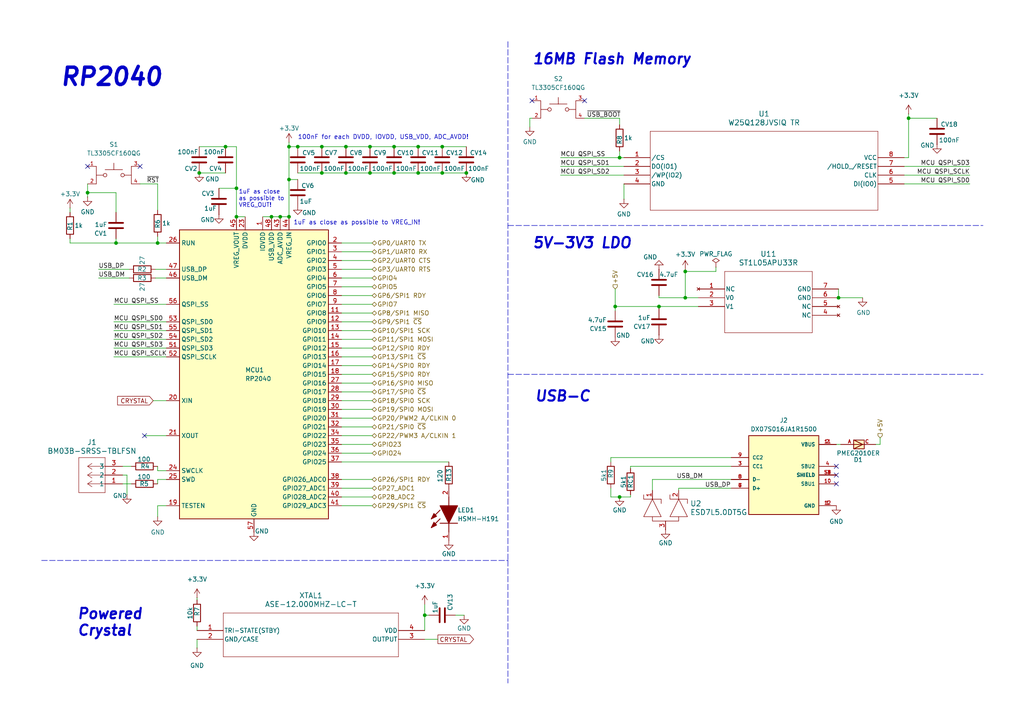
<source format=kicad_sch>
(kicad_sch (version 20231120) (generator "eeschema") (generator_version "8.0")
  (paper "A4")
  (title_block (title "RP2040 Standard") (date "2024-12-17") (company "Porto Space Team") (comment 1 "Miguel Amorim"))
  (lib_symbols
    (symbol "16MB Flash Memory:W25Q128JVSIQ_TR" (pin_names (offset 0.254))
      (property "Reference" "U" (at 40.64 12.7 0))
      (property "Value" "W25Q128JVSIQ TR" (at 40.64 10.16 0))
      (symbol "W25Q128JVSIQ_TR_0_1"
        (pin input line (at 0 0 0) (length 7.62) (name "/CS") (number "1"))
        (pin bidirectional line (at 0 -2.54 0) (length 7.62) (name "DO(IO1)") (number "2"))
        (pin bidirectional line (at 0 -5.08 0) (length 7.62) (name "/WP(IO2)") (number "3"))
        (pin passive line (at 0 -7.62 0) (length 7.62) (name "GND") (number "4"))
        (pin bidirectional line (at 81.28 -7.62 180) (length 7.62) (name "DI(IO0)") (number "5"))
        (pin input line (at 81.28 -5.08 180) (length 7.62) (name "CLK") (number "6"))
        (pin bidirectional line (at 81.28 -2.54 180) (length 7.62) (name "/HOLD_/RESET") (number "7"))
        (pin passive line (at 81.28 0 180) (length 7.62) (name "VCC") (number "8"))
      )
    )
    (symbol "DX07S016JA1R1500:DX07S016JA1R1500" (pin_names (offset 1.016))
      (property "Reference" "J" (at -10.16 11.43 0))
      (property "Value" "DX07S016JA1R1500" (at -10.16 -13.97 0))
      (symbol "DX07S016JA1R1500_0_0"
        (pin power_in line (at 15.24 -10.16 180) (length 5.08) (name "GND") (number "1"))
        (pin passive line (at 15.24 -3.81 180) (length 5.08) (name "SBU1") (number "10"))
        (pin passive line (at 15.24 7.62 180) (length 5.08) (name "VBUS") (number "11"))
        (pin power_in line (at 15.24 -10.16 180) (length 5.08) (name "GND") (number "12"))
        (pin passive line (at 15.24 7.62 180) (length 5.08) (name "VBUS") (number "2"))
        (pin passive line (at -15.24 1.27 0) (length 5.08) (name "CC1") (number "3"))
        (pin passive line (at 15.24 1.27 180) (length 5.08) (name "SBU2") (number "4"))
        (pin passive line (at -15.24 -2.54 0) (length 5.08) (name "D-") (number "5"))
        (pin passive line (at -15.24 -5.08 0) (length 5.08) (name "D+") (number "6"))
        (pin passive line (at -15.24 -5.08 0) (length 5.08) (name "D+") (number "7"))
        (pin passive line (at -15.24 -2.54 0) (length 5.08) (name "D-") (number "8"))
        (pin passive line (at -15.24 3.81 0) (length 5.08) (name "CC2") (number "9"))
        (pin passive line (at 15.24 -1.27 180) (length 5.08) (name "SHIELD") (number "S1"))
        (pin passive line (at 15.24 -1.27 180) (length 5.08) (name "SHIELD") (number "S2"))
        (pin passive line (at 15.24 -1.27 180) (length 5.08) (name "SHIELD") (number "S3"))
        (pin passive line (at 15.24 -1.27 180) (length 5.08) (name "SHIELD") (number "S4"))
        (pin passive line (at 15.24 -1.27 180) (length 5.08) (name "SHIELD") (number "S5"))
        (pin passive line (at 15.24 -1.27 180) (length 5.08) (name "SHIELD") (number "S6"))
      )
    )
    (symbol "Device:C" (pin_numbers hide) (pin_names (offset 0.254))
      (property "Reference" "C" (at 0.635 2.54 0))
      (property "Value" "C" (at 0.635 -2.54 0))
      (symbol "C_1_1"
        (pin passive line (at 0 3.81 270) (length 2.794) (name "~") (number "1"))
        (pin passive line (at 0 -3.81 90) (length 2.794) (name "~") (number "2"))
      )
    )
    (symbol "Device:R" (pin_numbers hide) (pin_names (offset 0))
      (property "Reference" "R" (at 2.032 0 90))
      (property "Value" "R" (at 0 0 90))
      (symbol "R_1_1"
        (pin passive line (at 0 3.81 270) (length 1.27) (name "~") (number "1"))
        (pin passive line (at 0 -3.81 90) (length 1.27) (name "~") (number "2"))
      )
    )
    (symbol "ESD Diodes:ESD7L5.0DT5G" (pin_names (offset 0.254))
      (property "Reference" "U" (at 6.35 15.24 0))
      (property "Value" "ESD7L5.0DT5G" (at 6.35 12.7 0))
      (symbol "ESD7L5.0DT5G_1_1"
        (pin passive line (at 2.54 11.43 270) (length 2.54) (name "") (number "1"))
        (pin passive line (at 10.16 11.43 270) (length 2.54) (name "") (number "2"))
        (pin passive line (at 6.35 0 90) (length 2.54) (name "") (number "3"))
      )
    )
    (symbol "LDO 5V 3V3:ST1L05APU33R" (pin_names (offset 0.254))
      (property "Reference" "U" (at 20.32 10.16 0))
      (property "Value" "ST1L05APU33R" (at 20.32 7.62 0))
      (symbol "ST1L05APU33R_0_1"
        (pin no_connect line (at 0 0 0) (length 7.62) (name "NC") (number "1"))
        (pin passive line (at 0 -2.54 0) (length 7.62) (name "V0") (number "2"))
        (pin passive line (at 0 -5.08 0) (length 7.62) (name "V1") (number "3"))
        (pin no_connect line (at 40.64 -7.62 180) (length 7.62) (name "NC") (number "4"))
        (pin no_connect line (at 40.64 -5.08 180) (length 7.62) (name "NC") (number "5"))
        (pin passive line (at 40.64 -2.54 180) (length 7.62) (name "GND") (number "6"))
        (pin passive line (at 40.64 0 180) (length 7.62) (name "GND") (number "7"))
      )
    )
    (symbol "MCU_RaspberryPi:RP2040"
      (property "Reference" "U" (at 17.78 45.72 0))
      (property "Value" "RP2040" (at 17.78 43.18 0))
      (symbol "RP2040_1_1"
        (pin power_in line (at 2.54 45.72 270) (length 3.81) (name "IOVDD") (number "1"))
        (pin passive line (at 2.54 45.72 270) (length 3.81) hide (name "IOVDD") (number "10"))
        (pin bidirectional line (at 25.4 17.78 180) (length 3.81) (name "GPIO8") (number "11"))
        (pin bidirectional line (at 25.4 15.24 180) (length 3.81) (name "GPIO9") (number "12"))
        (pin bidirectional line (at 25.4 12.7 180) (length 3.81) (name "GPIO10") (number "13"))
        (pin bidirectional line (at 25.4 10.16 180) (length 3.81) (name "GPIO11") (number "14"))
        (pin bidirectional line (at 25.4 7.62 180) (length 3.81) (name "GPIO12") (number "15"))
        (pin bidirectional line (at 25.4 5.08 180) (length 3.81) (name "GPIO13") (number "16"))
        (pin bidirectional line (at 25.4 2.54 180) (length 3.81) (name "GPIO14") (number "17"))
        (pin bidirectional line (at 25.4 0 180) (length 3.81) (name "GPIO15") (number "18"))
        (pin input line (at -25.4 -38.1 0) (length 3.81) (name "TESTEN") (number "19"))
        (pin bidirectional line (at 25.4 38.1 180) (length 3.81) (name "GPIO0") (number "2"))
        (pin input line (at -25.4 -7.62 0) (length 3.81) (name "XIN") (number "20"))
        (pin passive line (at -25.4 -17.78 0) (length 3.81) (name "XOUT") (number "21"))
        (pin passive line (at 2.54 45.72 270) (length 3.81) hide (name "IOVDD") (number "22"))
        (pin power_in line (at -2.54 45.72 270) (length 3.81) (name "DVDD") (number "23"))
        (pin input line (at -25.4 -27.94 0) (length 3.81) (name "SWCLK") (number "24"))
        (pin bidirectional line (at -25.4 -30.48 0) (length 3.81) (name "SWD") (number "25"))
        (pin input line (at -25.4 38.1 0) (length 3.81) (name "RUN") (number "26"))
        (pin bidirectional line (at 25.4 -2.54 180) (length 3.81) (name "GPIO16") (number "27"))
        (pin bidirectional line (at 25.4 -5.08 180) (length 3.81) (name "GPIO17") (number "28"))
        (pin bidirectional line (at 25.4 -7.62 180) (length 3.81) (name "GPIO18") (number "29"))
        (pin bidirectional line (at 25.4 35.56 180) (length 3.81) (name "GPIO1") (number "3"))
        (pin bidirectional line (at 25.4 -10.16 180) (length 3.81) (name "GPIO19") (number "30"))
        (pin bidirectional line (at 25.4 -12.7 180) (length 3.81) (name "GPIO20") (number "31"))
        (pin bidirectional line (at 25.4 -15.24 180) (length 3.81) (name "GPIO21") (number "32"))
        (pin passive line (at 2.54 45.72 270) (length 3.81) hide (name "IOVDD") (number "33"))
        (pin bidirectional line (at 25.4 -17.78 180) (length 3.81) (name "GPIO22") (number "34"))
        (pin bidirectional line (at 25.4 -20.32 180) (length 3.81) (name "GPIO23") (number "35"))
        (pin bidirectional line (at 25.4 -22.86 180) (length 3.81) (name "GPIO24") (number "36"))
        (pin bidirectional line (at 25.4 -25.4 180) (length 3.81) (name "GPIO25") (number "37"))
        (pin bidirectional line (at 25.4 -30.48 180) (length 3.81) (name "GPIO26_ADC0") (number "38"))
        (pin bidirectional line (at 25.4 -33.02 180) (length 3.81) (name "GPIO27_ADC1") (number "39"))
        (pin bidirectional line (at 25.4 33.02 180) (length 3.81) (name "GPIO2") (number "4"))
        (pin bidirectional line (at 25.4 -35.56 180) (length 3.81) (name "GPIO28_ADC2") (number "40"))
        (pin bidirectional line (at 25.4 -38.1 180) (length 3.81) (name "GPIO29_ADC3") (number "41"))
        (pin passive line (at 2.54 45.72 270) (length 3.81) hide (name "IOVDD") (number "42"))
        (pin power_in line (at 7.62 45.72 270) (length 3.81) (name "ADC_AVDD") (number "43"))
        (pin power_in line (at 10.16 45.72 270) (length 3.81) (name "VREG_IN") (number "44"))
        (pin power_out line (at -5.08 45.72 270) (length 3.81) (name "VREG_VOUT") (number "45"))
        (pin bidirectional line (at -25.4 27.94 0) (length 3.81) (name "USB_DM") (number "46"))
        (pin bidirectional line (at -25.4 30.48 0) (length 3.81) (name "USB_DP") (number "47"))
        (pin power_in line (at 5.08 45.72 270) (length 3.81) (name "USB_VDD") (number "48"))
        (pin passive line (at 2.54 45.72 270) (length 3.81) hide (name "IOVDD") (number "49"))
        (pin bidirectional line (at 25.4 30.48 180) (length 3.81) (name "GPIO3") (number "5"))
        (pin passive line (at -2.54 45.72 270) (length 3.81) hide (name "DVDD") (number "50"))
        (pin bidirectional line (at -25.4 7.62 0) (length 3.81) (name "QSPI_SD3") (number "51"))
        (pin output line (at -25.4 5.08 0) (length 3.81) (name "QSPI_SCLK") (number "52"))
        (pin bidirectional line (at -25.4 15.24 0) (length 3.81) (name "QSPI_SD0") (number "53"))
        (pin bidirectional line (at -25.4 10.16 0) (length 3.81) (name "QSPI_SD2") (number "54"))
        (pin bidirectional line (at -25.4 12.7 0) (length 3.81) (name "QSPI_SD1") (number "55"))
        (pin bidirectional line (at -25.4 20.32 0) (length 3.81) (name "QSPI_SS") (number "56"))
        (pin power_in line (at 0 -45.72 90) (length 3.81) (name "GND") (number "57"))
        (pin bidirectional line (at 25.4 27.94 180) (length 3.81) (name "GPIO4") (number "6"))
        (pin bidirectional line (at 25.4 25.4 180) (length 3.81) (name "GPIO5") (number "7"))
        (pin bidirectional line (at 25.4 22.86 180) (length 3.81) (name "GPIO6") (number "8"))
        (pin bidirectional line (at 25.4 20.32 180) (length 3.81) (name "GPIO7") (number "9"))
      )
    )
    (symbol "Powered Crystal:ASE-12.000MHZ-LC-T" (pin_names (offset 0.254))
      (property "Reference" "XTAL" (at 33.02 10.16 0))
      (property "Value" "ASE-12.000MHZ-LC-T" (at 33.02 7.62 0))
      (symbol "ASE-12.000MHZ-LC-T_0_1"
        (pin passive line (at 0 0 0) (length 7.62) (name "TRI-STATE(STBY)") (number "1"))
        (pin passive line (at 0 -2.54 0) (length 7.62) (name "GND/CASE") (number "2"))
        (pin output line (at 66.04 -2.54 180) (length 7.62) (name "OUTPUT") (number "3"))
        (pin power_in line (at 66.04 0 180) (length 7.62) (name "VDD") (number "4"))
      )
    )
    (symbol "Red SMD LED:HSMH-H191" (pin_names hide)
      (property "Reference" "LED" (at 12.7 8.89 0))
      (property "Value" "HSMH-H191" (at 12.7 6.35 0))
      (symbol "HSMH-H191_1_1"
        (pin passive line (at 0 0 0) (length 2.54) (name "K") (number "1"))
        (pin passive line (at 15.24 0 180) (length 2.54) (name "A") (number "2"))
      )
    )
    (symbol "SWD Connector:BM03B-SRSS-TBLFSN" (pin_names (offset 0.254))
      (property "Reference" "J" (at 8.89 6.35 0))
      (property "Value" "BM03B-SRSS-TBLFSN" (at 0 0 0))
      (symbol "BM03B-SRSS-TBLFSN_1_1"
        (pin passive line (at 0 0 0) (length 5.08) (name "1") (number "1"))
        (pin passive line (at 0 -2.54 0) (length 5.08) (name "2") (number "2"))
        (pin passive line (at 0 -5.08 0) (length 5.08) (name "3") (number "3"))
      )
      (symbol "BM03B-SRSS-TBLFSN_1_2"
        (pin passive line (at 0 0 0) (length 5.08) (name "1") (number "1"))
        (pin passive line (at 0 -2.54 0) (length 5.08) (name "2") (number "2"))
        (pin passive line (at 0 -5.08 0) (length 5.08) (name "3") (number "3"))
      )
    )
    (symbol "Schottky Diode:PMEG2010ER" (pin_names (offset 1.016))
      (property "Reference" "D" (at -3.8116 1.7534 0))
      (property "Value" "PMEG2010ER" (at -3.816 -3.5871 0))
      (symbol "PMEG2010ER_0_0"
        (pin passive line (at -5.08 0 0) (length 5.08) (name "~") (number "A"))
        (pin passive line (at 5.08 0 180) (length 5.08) (name "~") (number "C"))
      )
    )
    (symbol "TL3305CF160QG:TL3305CF160QG" (pin_names (offset 1.016))
      (property "Reference" "S" (at -5.08 5.08 0))
      (property "Value" "TL3305CF160QG" (at -5.08 -5.08 0))
      (symbol "TL3305CF160QG_0_0"
        (pin passive line (at -7.62 2.54 0) (length 2.54) (name "~") (number "1"))
        (pin passive line (at -7.62 -2.54 0) (length 2.54) (name "~") (number "2"))
        (pin passive line (at 7.62 2.54 180) (length 2.54) (name "~") (number "3"))
        (pin passive line (at 7.62 -2.54 180) (length 2.54) (name "~") (number "4"))
      )
    )
    (symbol "power:+3.3V" (power) (pin_numbers hide) (pin_names (offset 0) hide)
      (property "Value" "+3.3V" (at 0 3.556 0))
      (symbol "+3.3V_1_1"
        (pin power_in line (at 0 0 90) (length 0) (name "~") (number "1"))
      )
    )
    (symbol "power:GND" (power) (pin_numbers hide) (pin_names (offset 0) hide)
      (property "Value" "GND" (at 0 -3.81 0))
      (symbol "GND_1_1"
        (pin power_in line (at 0 0 270) (length 0) (name "~") (number "1"))
      )
    )
    (symbol "power:PWR_FLAG" (power) (pin_numbers hide) (pin_names (offset 0) hide)
      (property "Value" "PWR_FLAG" (at 0 3.81 0))
      (symbol "PWR_FLAG_0_0"
        (pin power_out line (at 0 0 90) (length 0) (name "~") (number "1"))
      )
    )
  )
  (junction (at 65.405 42.545))
  (junction (at 114.3 42.545))
  (junction (at 57.785 50.165))
  (junction (at 107.315 50.165))
  (junction (at 107.315 42.545))
  (junction (at 83.82 52.07))
  (junction (at 121.285 50.165))
  (junction (at 198.755 86.36))
  (junction (at 83.82 42.545))
  (junction (at 86.36 42.545))
  (junction (at 179.705 45.72))
  (junction (at 179.705 144.145))
  (junction (at 178.435 88.9))
  (junction (at 100.33 50.165))
  (junction (at 25.4 55.88))
  (junction (at 263.525 34.29))
  (junction (at 33.655 70.485))
  (junction (at 93.345 50.165))
  (junction (at 198.755 78.74))
  (junction (at 93.345 42.545))
  (junction (at 123.19 178.435))
  (junction (at 121.285 42.545))
  (junction (at 100.33 42.545))
  (junction (at 128.27 42.545))
  (junction (at 45.72 70.485))
  (junction (at 83.82 62.865))
  (junction (at 68.58 62.865))
  (junction (at 81.28 62.865))
  (junction (at 78.74 62.865))
  (junction (at 135.255 50.165))
  (junction (at 68.58 54.61))
  (junction (at 243.205 86.36))
  (junction (at 114.3 50.165))
  (junction (at 191.135 88.9))
  (junction (at 128.27 50.165))
  (no_connect (at 25.4 48.26))
  (no_connect (at 242.57 140.335))
  (no_connect (at 41.91 126.365))
  (no_connect (at 154.305 29.21))
  (no_connect (at 242.57 137.795))
  (no_connect (at 242.57 135.255))
  (no_connect (at 40.64 48.26))
  (no_connect (at 169.545 29.21))
  (wire (pts (xy 93.345 42.545) (xy 86.36 42.545)))
  (wire (pts (xy 35.56 140.335) (xy 38.1 140.335)))
  (wire (pts (xy 198.755 86.36) (xy 202.565 86.36)))
  (wire (pts (xy 121.285 42.545) (xy 114.3 42.545)))
  (wire (pts (xy 45.72 139.065) (xy 48.26 139.065)))
  (wire (pts (xy 45.72 146.685) (xy 48.26 146.685)))
  (wire (pts (xy 154.305 34.29) (xy 153.67 34.29)))
  (wire (pts (xy 99.06 98.425) (xy 107.95 98.425)))
  (wire (pts (xy 99.06 93.345) (xy 107.95 93.345)))
  (polyline (pts (xy 147.32 12.065) (xy 147.32 162.56)) (stroke (width 0) (type dash)))
  (wire (pts (xy 99.06 113.665) (xy 107.95 113.665)))
  (wire (pts (xy 86.36 42.545) (xy 83.82 42.545)))
  (wire (pts (xy 63.5 54.61) (xy 68.58 54.61)))
  (wire (pts (xy 28.575 78.105) (xy 37.465 78.105)))
  (wire (pts (xy 99.06 141.605) (xy 107.95 141.605)))
  (wire (pts (xy 263.525 34.29) (xy 263.525 33.02)))
  (wire (pts (xy 45.085 78.105) (xy 48.26 78.105)))
  (wire (pts (xy 178.435 83.82) (xy 178.435 88.9)))
  (wire (pts (xy 99.06 116.205) (xy 107.95 116.205)))
  (wire (pts (xy 99.06 106.045) (xy 107.95 106.045)))
  (wire (pts (xy 196.85 141.605) (xy 196.85 142.24)))
  (wire (pts (xy 78.74 62.865) (xy 81.28 62.865)))
  (wire (pts (xy 99.06 73.025) (xy 107.95 73.025)))
  (wire (pts (xy 177.165 144.145) (xy 177.165 141.605)))
  (wire (pts (xy 123.19 178.435) (xy 124.46 178.435)))
  (wire (pts (xy 262.255 48.26) (xy 281.305 48.26)))
  (wire (pts (xy 99.06 90.805) (xy 107.95 90.805)))
  (wire (pts (xy 45.72 53.34) (xy 45.72 60.96)))
  (wire (pts (xy 41.91 126.365) (xy 48.26 126.365)))
  (polyline (pts (xy 12.065 162.56) (xy 147.32 162.56)) (stroke (width 0) (type dash)))
  (wire (pts (xy 99.06 70.485) (xy 107.95 70.485)))
  (wire (pts (xy 28.575 80.645) (xy 37.465 80.645)))
  (wire (pts (xy 100.33 42.545) (xy 93.345 42.545)))
  (wire (pts (xy 45.72 140.335) (xy 45.72 139.065)))
  (wire (pts (xy 25.4 55.88) (xy 25.4 57.15)))
  (wire (pts (xy 99.06 121.285) (xy 107.95 121.285)))
  (wire (pts (xy 83.82 52.07) (xy 83.82 62.865)))
  (wire (pts (xy 179.705 36.195) (xy 179.705 34.29)))
  (wire (pts (xy 262.255 53.34) (xy 281.305 53.34)))
  (wire (pts (xy 263.525 34.29) (xy 271.78 34.29)))
  (wire (pts (xy 35.56 137.795) (xy 36.83 137.795)))
  (wire (pts (xy 123.19 178.435) (xy 123.19 182.88)))
  (wire (pts (xy 86.36 50.165) (xy 93.345 50.165)))
  (wire (pts (xy 180.975 50.8) (xy 162.56 50.8)))
  (wire (pts (xy 99.06 111.125) (xy 107.95 111.125)))
  (wire (pts (xy 45.72 136.525) (xy 45.72 135.255)))
  (wire (pts (xy 33.02 103.505) (xy 48.26 103.505)))
  (wire (pts (xy 33.02 98.425) (xy 48.26 98.425)))
  (wire (pts (xy 33.655 55.88) (xy 33.655 61.595)))
  (wire (pts (xy 57.785 50.165) (xy 65.405 50.165)))
  (wire (pts (xy 198.755 78.105) (xy 198.755 78.74)))
  (polyline (pts (xy 147.32 108.585) (xy 285.115 108.585)) (stroke (width 0) (type dash)))
  (wire (pts (xy 132.08 178.435) (xy 134.62 178.435)))
  (wire (pts (xy 180.975 53.34) (xy 180.975 57.785)))
  (wire (pts (xy 45.72 136.525) (xy 48.26 136.525)))
  (wire (pts (xy 262.255 50.8) (xy 281.305 50.8)))
  (wire (pts (xy 33.02 88.265) (xy 48.26 88.265)))
  (wire (pts (xy 99.06 75.565) (xy 107.95 75.565)))
  (wire (pts (xy 162.56 45.72) (xy 179.705 45.72)))
  (polyline (pts (xy 147.32 162.56) (xy 147.32 198.12)) (stroke (width 0) (type dash)))
  (wire (pts (xy 83.82 41.275) (xy 83.82 42.545)))
  (wire (pts (xy 20.32 60.325) (xy 20.32 61.595)))
  (wire (pts (xy 99.06 100.965) (xy 107.95 100.965)))
  (wire (pts (xy 128.27 42.545) (xy 121.285 42.545)))
  (wire (pts (xy 189.23 139.065) (xy 212.09 139.065)))
  (wire (pts (xy 20.32 70.485) (xy 20.32 69.215)))
  (wire (pts (xy 99.06 128.905) (xy 107.95 128.905)))
  (wire (pts (xy 153.67 34.29) (xy 153.67 36.83)))
  (wire (pts (xy 123.19 185.42) (xy 127 185.42)))
  (wire (pts (xy 123.19 175.26) (xy 123.19 178.435)))
  (wire (pts (xy 198.755 78.74) (xy 198.755 86.36)))
  (wire (pts (xy 99.06 80.645) (xy 107.95 80.645)))
  (wire (pts (xy 114.3 50.165) (xy 121.285 50.165)))
  (wire (pts (xy 243.205 83.82) (xy 243.205 86.36)))
  (wire (pts (xy 179.705 43.815) (xy 179.705 45.72)))
  (wire (pts (xy 107.315 50.165) (xy 114.3 50.165)))
  (wire (pts (xy 177.165 133.985) (xy 177.165 132.715)))
  (wire (pts (xy 57.15 181.61) (xy 57.15 182.88)))
  (wire (pts (xy 128.27 50.165) (xy 135.255 50.165)))
  (wire (pts (xy 212.09 135.255) (xy 182.88 135.255)))
  (wire (pts (xy 182.88 144.145) (xy 179.705 144.145)))
  (wire (pts (xy 99.06 118.745) (xy 107.95 118.745)))
  (wire (pts (xy 182.88 144.145) (xy 182.88 143.51)))
  (polyline (pts (xy 147.32 65.405) (xy 285.115 65.405)) (stroke (width 0) (type dash)))
  (wire (pts (xy 45.72 70.485) (xy 48.26 70.485)))
  (wire (pts (xy 33.655 70.485) (xy 20.32 70.485)))
  (wire (pts (xy 182.88 135.255) (xy 182.88 135.89)))
  (wire (pts (xy 33.02 95.885) (xy 48.26 95.885)))
  (wire (pts (xy 180.975 48.26) (xy 162.56 48.26)))
  (wire (pts (xy 262.255 45.72) (xy 263.525 45.72)))
  (wire (pts (xy 114.3 42.545) (xy 107.315 42.545)))
  (wire (pts (xy 68.58 54.61) (xy 68.58 42.545)))
  (wire (pts (xy 99.06 85.725) (xy 107.95 85.725)))
  (wire (pts (xy 191.135 86.36) (xy 198.755 86.36)))
  (wire (pts (xy 191.135 88.9) (xy 202.565 88.9)))
  (wire (pts (xy 99.06 144.145) (xy 107.95 144.145)))
  (wire (pts (xy 99.06 83.185) (xy 107.95 83.185)))
  (wire (pts (xy 178.435 88.9) (xy 178.435 90.17)))
  (wire (pts (xy 99.06 103.505) (xy 107.95 103.505)))
  (wire (pts (xy 68.58 62.865) (xy 71.12 62.865)))
  (wire (pts (xy 99.06 88.265) (xy 107.95 88.265)))
  (wire (pts (xy 177.165 132.715) (xy 212.09 132.715)))
  (wire (pts (xy 68.58 54.61) (xy 68.58 62.865)))
  (wire (pts (xy 99.06 139.065) (xy 107.95 139.065)))
  (wire (pts (xy 242.57 128.905) (xy 243.84 128.905)))
  (wire (pts (xy 179.705 34.29) (xy 169.545 34.29)))
  (wire (pts (xy 76.2 62.865) (xy 78.74 62.865)))
  (wire (pts (xy 36.83 137.795) (xy 36.83 143.51)))
  (wire (pts (xy 45.72 149.86) (xy 45.72 146.685)))
  (wire (pts (xy 107.315 42.545) (xy 100.33 42.545)))
  (wire (pts (xy 25.4 53.34) (xy 25.4 55.88)))
  (wire (pts (xy 57.785 42.545) (xy 65.405 42.545)))
  (wire (pts (xy 33.655 70.485) (xy 33.655 69.215)))
  (wire (pts (xy 179.705 45.72) (xy 180.975 45.72)))
  (wire (pts (xy 57.15 173.355) (xy 57.15 173.99)))
  (wire (pts (xy 83.82 42.545) (xy 83.82 52.07)))
  (wire (pts (xy 99.06 126.365) (xy 107.95 126.365)))
  (wire (pts (xy 99.06 78.105) (xy 107.95 78.105)))
  (wire (pts (xy 93.345 50.165) (xy 100.33 50.165)))
  (wire (pts (xy 57.15 185.42) (xy 57.15 187.96)))
  (wire (pts (xy 99.06 146.685) (xy 107.95 146.685)))
  (wire (pts (xy 33.02 100.965) (xy 48.26 100.965)))
  (wire (pts (xy 99.06 108.585) (xy 107.95 108.585)))
  (wire (pts (xy 189.23 139.065) (xy 189.23 142.24)))
  (wire (pts (xy 44.45 116.205) (xy 48.26 116.205)))
  (wire (pts (xy 263.525 45.72) (xy 263.525 34.29)))
  (wire (pts (xy 121.285 50.165) (xy 128.27 50.165)))
  (wire (pts (xy 255.27 127) (xy 255.27 128.905)))
  (wire (pts (xy 196.85 141.605) (xy 212.09 141.605)))
  (wire (pts (xy 178.435 88.9) (xy 191.135 88.9)))
  (wire (pts (xy 191.135 89.535) (xy 191.135 88.9)))
  (wire (pts (xy 255.27 128.905) (xy 254 128.905)))
  (wire (pts (xy 33.655 55.88) (xy 25.4 55.88)))
  (wire (pts (xy 68.58 42.545) (xy 65.405 42.545)))
  (wire (pts (xy 100.33 50.165) (xy 107.315 50.165)))
  (wire (pts (xy 99.06 131.445) (xy 107.95 131.445)))
  (wire (pts (xy 33.02 93.345) (xy 48.26 93.345)))
  (wire (pts (xy 99.06 123.825) (xy 107.95 123.825)))
  (wire (pts (xy 207.645 78.74) (xy 207.645 77.47)))
  (wire (pts (xy 99.06 133.985) (xy 130.175 133.985)))
  (wire (pts (xy 45.085 80.645) (xy 48.26 80.645)))
  (wire (pts (xy 128.27 42.545) (xy 135.255 42.545)))
  (wire (pts (xy 243.205 86.36) (xy 250.19 86.36)))
  (wire (pts (xy 81.28 62.865) (xy 83.82 62.865)))
  (wire (pts (xy 99.06 95.885) (xy 107.95 95.885)))
  (wire (pts (xy 191.135 85.725) (xy 191.135 86.36)))
  (wire (pts (xy 198.755 78.74) (xy 207.645 78.74)))
  (wire (pts (xy 33.655 70.485) (xy 45.72 70.485)))
  (wire (pts (xy 179.705 144.145) (xy 177.165 144.145)))
  (wire (pts (xy 45.72 68.58) (xy 45.72 70.485)))
  (wire (pts (xy 40.64 53.34) (xy 45.72 53.34)))
  (wire (pts (xy 83.82 52.07) (xy 86.36 52.07)))
  (wire (pts (xy 35.56 135.255) (xy 38.1 135.255)))
  (text "1uF as close \nas possible to \nVREG_OUT!" (at 69.215 60.325 0) (effects (font (size 1.2 1.2)) (justify left bottom)))
  (text "USB-C" (at 154.94 116.84 0) (effects (font (size 3 3) (bold yes) (italic yes)) (justify left bottom)))
  (text "16MB Flash Memory" (at 154.305 19.05 0) (effects (font (size 3 3) (bold yes) (italic yes)) (justify left bottom)))
  (text "RP2040" (at 17.145 25.4 0) (effects (font (size 5 5) (thickness 1) (bold yes) (italic yes)) (justify left bottom)))
  (text "1uF as close as possible to VREG_IN!" (at 85.09 65.405 0) (effects (font (size 1.27 1.27)) (justify left bottom)))
  (text "5V-3V3 LDO" (at 154.305 72.39 0) (effects (font (size 3 3) (bold yes) (italic yes)) (justify left bottom)))
  (text "Powered\nCrystal" (at 22.225 184.785 0) (effects (font (size 3 3) (bold yes) (italic yes)) (justify left bottom)))
  (text "100nF for each DVDD, IOVDD, USB_VDD, ADC_AVDD!" (at 86.36 40.64 0) (effects (font (size 1.27 1.27)) (justify left bottom)))
  (label "~{USB_BOOT}" (at 170.18 34.29 0))
  (label "MCU QSPI_SD3" (at 281.305 48.26 180))
  (label "MCU QSPI_SD0" (at 33.02 93.345 0))
  (label "MCU QSPI_SCLK" (at 33.02 103.505 0))
  (label "USB_DM" (at 28.575 80.645 0))
  (label "~{RST}" (at 42.545 53.34 0))
  (label "MCU QSPI_SD2" (at 162.56 50.8 0))
  (label "MCU QSPI_SS" (at 33.02 88.265 0))
  (label "MCU QSPI_SD3" (at 33.02 100.965 0))
  (label "USB_DP" (at 204.47 141.605 0))
  (label "USB_DP" (at 28.575 78.105 0))
  (label "MCU QSPI_SD0" (at 281.305 53.34 180))
  (label "MCU QSPI_SD1" (at 162.56 48.26 0))
  (label "MCU QSPI_SD1" (at 33.02 95.885 0))
  (label "MCU QSPI_SS" (at 162.56 45.72 0))
  (label "MCU QSPI_SD2" (at 33.02 98.425 0))
  (label "MCU QSPI_SCLK" (at 281.305 50.8 180))
  (label "USB_DM" (at 196.215 139.065 0))
  (global_label "CRYSTAL" (shape output) (at 127 185.42 0) (property "Intersheetrefs" "${INTERSHEET_REFS}" (effects (hide yes))))
  (global_label "CRYSTAL" (shape input) (at 44.45 116.205 180) (property "Intersheetrefs" "${INTERSHEET_REFS}" (effects (hide yes))))
  (hierarchical_label "GPIO24" (shape bidirectional) (at 107.95 131.445 0))
  (hierarchical_label "GP18{slash}SPI0 SCK" (shape bidirectional) (at 107.95 116.205 0))
  (hierarchical_label "+5V" (shape input) (at 255.27 127 90))
  (hierarchical_label "GP8{slash}SPI1 MISO" (shape bidirectional) (at 107.95 90.805 0))
  (hierarchical_label "GP12{slash}SPI0 RDY" (shape bidirectional) (at 107.95 100.965 0))
  (hierarchical_label "GP11{slash}SPI1 MOSI" (shape bidirectional) (at 107.95 98.425 0))
  (hierarchical_label "GP6{slash}SPI1 RDY" (shape bidirectional) (at 107.95 85.725 0))
  (hierarchical_label "GP17{slash}SPI0 ~{CS}" (shape bidirectional) (at 107.95 113.665 0))
  (hierarchical_label "GPIO23" (shape bidirectional) (at 107.95 128.905 0))
  (hierarchical_label "GP10{slash}SPI1 SCK" (shape bidirectional) (at 107.95 95.885 0))
  (hierarchical_label "GP16{slash}SPI0 MISO" (shape bidirectional) (at 107.95 111.125 0))
  (hierarchical_label "GP15{slash}SPI0 RDY" (shape bidirectional) (at 107.95 108.585 0))
  (hierarchical_label "GP13{slash}SPI1 ~{CS}" (shape bidirectional) (at 107.95 103.505 0))
  (hierarchical_label "GP3{slash}UART0 RTS" (shape bidirectional) (at 107.95 78.105 0))
  (hierarchical_label "+5V" (shape input) (at 178.435 83.82 90))
  (hierarchical_label "GPIO5" (shape bidirectional) (at 107.95 83.185 0))
  (hierarchical_label "GP2{slash}UART0 CTS" (shape bidirectional) (at 107.95 75.565 0))
  (hierarchical_label "GP9{slash}SPI1 ~{CS}" (shape bidirectional) (at 107.95 93.345 0))
  (hierarchical_label "GP20{slash}PWM2 A{slash}CLKIN 0" (shape bidirectional) (at 107.95 121.285 0))
  (hierarchical_label "GPIO7" (shape bidirectional) (at 107.95 88.265 0))
  (hierarchical_label "GP19{slash}SPI0 MOSI" (shape bidirectional) (at 107.95 118.745 0))
  (hierarchical_label "GP27_ADC1" (shape bidirectional) (at 107.95 141.605 0))
  (hierarchical_label "GP1{slash}UART0 RX" (shape bidirectional) (at 107.95 73.025 0))
  (hierarchical_label "GP26{slash}SPI1 RDY" (shape bidirectional) (at 107.95 139.065 0))
  (hierarchical_label "GP22{slash}PWM3 A{slash}CLKIN 1" (shape bidirectional) (at 107.95 126.365 0))
  (hierarchical_label "GP21{slash}SPI0 ~{CS}" (shape bidirectional) (at 107.95 123.825 0))
  (hierarchical_label "GP14{slash}SPI0 RDY" (shape bidirectional) (at 107.95 106.045 0))
  (hierarchical_label "GP0{slash}UART0 TX" (shape bidirectional) (at 107.95 70.485 0))
  (hierarchical_label "GP28_ADC2" (shape bidirectional) (at 107.95 144.145 0))
  (hierarchical_label "GPIO4" (shape bidirectional) (at 107.95 80.645 0))
  (hierarchical_label "GP29{slash}SPI1 ~{CS}" (shape bidirectional) (at 107.95 146.685 0))
  (symbol (lib_id "LDO 5V 3V3:ST1L05APU33R") (at 202.565 83.82 0) (unit 1)
    (property "Reference" "U11" (at 222.885 73.66 0) (effects (font (size 1.524 1.524))))
    (property "Value" "ST1L05APU33R" (at 222.885 76.2 0) (effects (font (size 1.524 1.524))))
    (property "Footprint" "LDO ST1L05A:DFN_5APU33R_STM" (effects (hide yes)))
    (property "Datasheet" "ST1L05APU33R" (effects (hide yes)))
  )
  (symbol (lib_id "power:+3.3V") (at 123.19 175.26 0) (unit 1)
    (property "Reference" "#PWR012" (effects (hide yes)))
    (property "Value" "+3.3V" (at 123.19 169.926 0))
    (property "Description" "Power symbol creates a global label with name \"+3.3V\"" (effects (hide yes)))
  )
  (symbol (lib_id "power:GND") (at 191.135 78.105 0) (mirror x) (unit 1)
    (property "Reference" "#PWR019" (effects (hide yes)))
    (property "Value" "GND" (at 188.595 74.549 0))
    (property "Description" "Power symbol creates a global label with name \"GND\" , ground" (effects (hide yes)))
  )
  (symbol (lib_id "Device:R") (at 20.32 65.405 0) (unit 1)
    (property "Reference" "R1" (at 20.32 66.929 90) (effects (justify left)))
    (property "Value" "1k" (at 21.59 65.405 0) (effects (justify left)))
    (property "Footprint" "RES_0402:RES_0402" (effects (hide yes)))
    (property "Description" "Resistor" (effects (hide yes)))
  )
  (symbol (lib_id "power:GND") (at 73.66 154.305 0) (unit 1)
    (property "Reference" "#PWR09" (effects (hide yes)))
    (property "Value" "GND" (at 75.946 154.051 0))
    (property "Description" "Power symbol creates a global label with name \"GND\" , ground" (effects (hide yes)))
  )
  (symbol (lib_id "Schottky Diode:PMEG2010ER") (at 248.92 128.905 0) (mirror x) (unit 1)
    (property "Reference" "D1" (at 248.92 133.35 0))
    (property "Value" "PMEG2010ER" (at 248.92 131.445 0))
    (property "Footprint" "PMEG2010ER:SODFL3517X110N" (effects (hide yes)))
    (property "MF" "NXP Semiconductors" (effects (hide yes)))
    (property "Description_1" "\n                        \n                            Rectifier Diode Schottky 1A Automotive 2-Pin SOD-123W T/R\n                        \n" (effects (hide yes)))
    (property "Package" "SOD-123 Nexperia USA" (effects (hide yes)))
    (property "Price" "None" (effects (hide yes)))
    (property "Check_prices" "https://www.snapeda.com/parts/PMEG2010ER/NXP+Semiconductors/view-part/?ref=eda" (effects (hide yes)))
    (property "STANDARD" "IPC-7351B" (effects (hide yes)))
    (property "PARTREV" "01" (effects (hide yes)))
    (property "SnapEDA_Link" "https://www.snapeda.com/parts/PMEG2010ER/NXP+Semiconductors/view-part/?ref=snap" (effects (hide yes)))
    (property "MP" "PMEG2010ER" (effects (hide yes)))
    (property "Availability" "In Stock" (effects (hide yes)))
    (property "MANUFACTURER" "NEXPERIA" (effects (hide yes)))
  )
  (symbol (lib_id "Device:C") (at 63.5 58.42 0) (unit 1)
    (property "Reference" "CV3" (at 58.42 56.134 0) (effects (justify left)))
    (property "Value" "1uF" (at 59.182 60.452 0) (effects (justify left)))
    (property "Footprint" "Capacitor_0402:Capacitor_0402" (effects (hide yes)))
    (property "Description" "Unpolarized capacitor" (effects (hide yes)))
  )
  (symbol (lib_id "power:GND") (at 57.15 187.96 0) (unit 1)
    (property "Reference" "#PWR06" (effects (hide yes)))
    (property "Value" "GND" (at 57.15 193.04 0))
    (property "Description" "Power symbol creates a global label with name \"GND\" , ground" (effects (hide yes)))
  )
  (symbol (lib_id "16MB Flash Memory:W25Q128JVSIQ_TR") (at 180.975 45.72 0) (unit 1)
    (property "Reference" "U1" (at 221.615 33.02 0) (effects (font (size 1.524 1.524))))
    (property "Value" "W25Q128JVSIQ TR" (at 221.615 35.56 0) (effects (font (size 1.524 1.524))))
    (property "Footprint" "NOR Flash:SOIC_208MIL_WIN" (effects (hide yes)))
    (property "Datasheet" "W25Q128JVSIQ TR" (effects (hide yes)))
  )
  (symbol (lib_id "Device:C") (at 121.285 46.355 0) (unit 1)
    (property "Reference" "CV11" (at 122.301 44.323 0) (effects (justify left)))
    (property "Value" "100nF" (at 121.793 48.895 0) (effects (justify left)))
    (property "Footprint" "Capacitor_0402:Capacitor_0402" (effects (hide yes)))
    (property "Description" "Unpolarized capacitor" (effects (hide yes)))
  )
  (symbol (lib_id "power:GND") (at 191.135 97.155 0) (unit 1)
    (property "Reference" "#PWR020" (effects (hide yes)))
    (property "Value" "GND" (at 187.833 98.933 0))
    (property "Description" "Power symbol creates a global label with name \"GND\" , ground" (effects (hide yes)))
  )
  (symbol (lib_id "Red SMD LED:HSMH-H191") (at 130.175 156.845 90) (unit 1)
    (property "Reference" "LED1" (at 132.715 147.955 90) (effects (justify right)))
    (property "Value" "HSMH-H191" (at 132.715 150.495 90) (effects (justify right)))
    (property "Footprint" "MAG LIS2MDLTR:LGA-12_2X2X1_STM" (effects (hide yes)))
    (property "Datasheet" "https://www.broadcom.com/products/leds-and-displays/chip-leds/0603-1.6-x-0.88mm-top-mount/hsmh-h191" (effects (hide yes)))
    (property "Description" "0603 Top Mount Mono-Color ChipLED" (effects (hide yes)))
    (property "Height" "0.7" (effects (hide yes)))
    (property "Manufacturer_Name" "Avago Technologies" (effects (hide yes)))
    (property "Manufacturer_Part_Number" "HSMH-H191" (effects (hide yes)))
    (property "Mouser Part Number" "630-HSMH-H191" (effects (hide yes)))
    (property "Mouser Price/Stock" "https://www.mouser.co.uk/ProductDetail/Broadcom-Avago/HSMH-H191?qs=Li%252BoUPsLEnsN8XNfO1JPnw%3D%3D" (effects (hide yes)))
  )
  (symbol (lib_id "power:GND") (at 86.36 59.69 0) (unit 1)
    (property "Reference" "#PWR011" (effects (hide yes)))
    (property "Value" "GND" (at 89.662 61.722 0))
    (property "Description" "Power symbol creates a global label with name \"GND\" , ground" (effects (hide yes)))
  )
  (symbol (lib_id "Device:C") (at 128.27 178.435 90) (unit 1)
    (property "Reference" "CV13" (at 130.556 177.165 0) (effects (justify left)))
    (property "Value" "1uF" (at 126.238 177.927 0) (effects (justify left)))
    (property "Footprint" "Capacitor_0402:Capacitor_0402" (effects (hide yes)))
    (property "Description" "Unpolarized capacitor" (effects (hide yes)))
  )
  (symbol (lib_id "Device:C") (at 128.27 46.355 0) (unit 1)
    (property "Reference" "CV12" (at 129.286 44.323 0) (effects (justify left)))
    (property "Value" "100nF" (at 128.778 48.895 0) (effects (justify left)))
    (property "Footprint" "Capacitor_0402:Capacitor_0402" (effects (hide yes)))
    (property "Description" "Unpolarized capacitor" (effects (hide yes)))
  )
  (symbol (lib_id "DX07S016JA1R1500:DX07S016JA1R1500") (at 227.33 136.525 0) (unit 1)
    (property "Reference" "J2" (at 227.33 121.92 0))
    (property "Value" "DX07S016JA1R1500" (at 227.33 124.46 0))
    (property "Footprint" "USBC-DX07S016JA1:JAE_DX07S016JA1R1500" (effects (hide yes)))
    (property "MF" "JAE Electronics" (effects (hide yes)))
    (property "MAXIMUM_PACKAGE_HEIGHT" "3.31 mm" (effects (hide yes)))
    (property "Package" "None" (effects (hide yes)))
    (property "Price" "None" (effects (hide yes)))
    (property "Check_prices" "https://www.snapeda.com/parts/DX07S016JA1R1500/JAE+Electronics/view-part/?ref=eda" (effects (hide yes)))
    (property "STANDARD" "Manufacturer Recommendations" (effects (hide yes)))
    (property "PARTREV" "1" (effects (hide yes)))
    (property "SnapEDA_Link" "https://www.snapeda.com/parts/DX07S016JA1R1500/JAE+Electronics/view-part/?ref=snap" (effects (hide yes)))
    (property "MP" "DX07S016JA1R1500" (effects (hide yes)))
    (property "Description_1" "\n                        \n                            USB-C (USB TYPE-C) USB 2.0 Receptacle Connector 24 (16+8 Dummy) Position Surface Mount, Right Angle; Through Hole\n                        \n" (effects (hide yes)))
    (property "Availability" "In Stock" (effects (hide yes)))
    (property "MANUFACTURER" "JAE Industry Ltd." (effects (hide yes)))
  )
  (symbol (lib_id "power:GND") (at 193.04 153.67 0) (mirror y) (unit 1)
    (property "Reference" "#PWR022" (effects (hide yes)))
    (property "Value" "GND" (at 193.04 157.48 0))
    (property "Description" "Power symbol creates a global label with name \"GND\" , ground" (effects (hide yes)))
  )
  (symbol (lib_id "power:+3.3V") (at 83.82 41.275 0) (unit 1)
    (property "Reference" "#PWR010" (effects (hide yes)))
    (property "Value" "+3.3V" (at 83.82 37.211 0))
    (property "Description" "Power symbol creates a global label with name \"+3.3V\"" (effects (hide yes)))
  )
  (symbol (lib_id "Device:R") (at 41.91 140.335 90) (mirror x) (unit 1)
    (property "Reference" "R5" (at 43.18 140.335 90) (effects (justify left)))
    (property "Value" "100" (at 43.688 138.303 90) (effects (justify left)))
    (property "Footprint" "RES_0402:RES_0402" (effects (hide yes)))
    (property "Description" "Resistor" (effects (hide yes)))
  )
  (symbol (lib_id "power:GND") (at 57.785 50.165 0) (unit 1)
    (property "Reference" "#PWR07" (effects (hide yes)))
    (property "Value" "GND" (at 61.595 51.943 0))
    (property "Description" "Power symbol creates a global label with name \"GND\" , ground" (effects (hide yes)))
  )
  (symbol (lib_id "Device:R") (at 182.88 139.7 0) (mirror x) (unit 1)
    (property "Reference" "RC1" (at 182.88 137.668 90) (effects (justify left)))
    (property "Value" "5k1" (at 180.848 137.922 90) (effects (justify left)))
    (property "Footprint" "R_0805_5K1:R_0805_5K1" (effects (hide yes)))
    (property "Description" "Resistor" (effects (hide yes)))
  )
  (symbol (lib_id "Powered Crystal:ASE-12.000MHZ-LC-T") (at 57.15 182.88 0) (unit 1)
    (property "Reference" "XTAL1" (at 90.17 172.72 0) (effects (font (size 1.524 1.524))))
    (property "Value" "ASE-12.000MHZ-LC-T" (at 90.17 175.26 0) (effects (font (size 1.524 1.524))))
    (property "Footprint" "AS12MHz:ASE-3.2X2.5_ABR" (effects (hide yes)))
    (property "Datasheet" "ASE-12.000MHZ-LC-T" (effects (hide yes)))
  )
  (symbol (lib_id "power:PWR_FLAG") (at 207.645 77.47 0) (unit 1)
    (property "Reference" "#FLG02" (effects (hide yes)))
    (property "Value" "PWR_FLAG" (at 207.645 73.66 0))
    (property "Description" "Special symbol for telling ERC where power comes from" (effects (hide yes)))
  )
  (symbol (lib_id "SWD Connector:BM03B-SRSS-TBLFSN") (at 35.56 140.335 180) (unit 1)
    (property "Reference" "J1" (at 26.67 128.27 0) (effects (font (size 1.524 1.524))))
    (property "Value" "BM03B-SRSS-TBLFSN" (at 26.67 130.81 0) (effects (font (size 1.524 1.524))))
    (property "Footprint" "SWD_Con:CONN_BM03B-SRSS-TBLFSN_JST" (effects (hide yes)))
    (property "Datasheet" "BM03B-SRSS-TBLFSN" (effects (hide yes)))
  )
  (symbol (lib_id "power:GND") (at 135.255 50.165 0) (unit 1)
    (property "Reference" "#PWR014" (effects (hide yes)))
    (property "Value" "GND" (at 138.557 52.197 0))
    (property "Description" "Power symbol creates a global label with name \"GND\" , ground" (effects (hide yes)))
  )
  (symbol (lib_id "power:+3.3V") (at 20.32 60.325 0) (unit 1)
    (property "Reference" "#PWR01" (effects (hide yes)))
    (property "Value" "+3.3V" (at 20.32 56.261 0))
    (property "Description" "Power symbol creates a global label with name \"+3.3V\"" (effects (hide yes)))
  )
  (symbol (lib_id "power:+3.3V") (at 198.755 78.105 0) (unit 1)
    (property "Reference" "#PWR021" (effects (hide yes)))
    (property "Value" "+3.3V" (at 198.755 73.787 0))
    (property "Description" "Power symbol creates a global label with name \"+3.3V\"" (effects (hide yes)))
  )
  (symbol (lib_id "power:GND") (at 36.83 143.51 0) (unit 1)
    (property "Reference" "#PWR03" (effects (hide yes)))
    (property "Value" "GND" (at 34.798 143.764 0))
    (property "Description" "Power symbol creates a global label with name \"GND\" , ground" (effects (hide yes)))
  )
  (symbol (lib_id "power:GND") (at 271.78 41.91 0) (unit 1)
    (property "Reference" "#PWR026" (effects (hide yes)))
    (property "Value" "GND" (at 268.986 42.164 0))
    (property "Description" "Power symbol creates a global label with name \"GND\" , ground" (effects (hide yes)))
  )
  (symbol (lib_id "Device:C") (at 191.135 93.345 180) (unit 1)
    (property "Reference" "CV17" (at 188.6712 94.7166 0) (effects (justify left)))
    (property "Value" "1uF" (at 188.6712 92.1766 0) (effects (justify left)))
    (property "Footprint" "Capacitor_0402:Capacitor_0402" (effects (hide yes)))
    (property "Description" "Unpolarized capacitor" (effects (hide yes)))
  )
  (symbol (lib_id "Device:C") (at 86.36 55.88 0) (unit 1)
    (property "Reference" "CV6" (at 87.376 53.848 0) (effects (justify left)))
    (property "Value" "1uF" (at 86.868 58.42 0) (effects (justify left)))
    (property "Footprint" "Capacitor_0402:Capacitor_0402" (effects (hide yes)))
    (property "Description" "Unpolarized capacitor" (effects (hide yes)))
  )
  (symbol (lib_id "power:GND") (at 178.435 97.79 0) (unit 1)
    (property "Reference" "#PWR016" (effects (hide yes)))
    (property "Value" "GND" (at 180.721 97.282 0))
    (property "Description" "Power symbol creates a global label with name \"GND\" , ground" (effects (hide yes)))
  )
  (symbol (lib_id "Device:C") (at 135.255 46.355 0) (unit 1)
    (property "Reference" "CV14" (at 136.271 44.323 0) (effects (justify left)))
    (property "Value" "100nF" (at 135.763 48.895 0) (effects (justify left)))
    (property "Footprint" "Capacitor_0402:Capacitor_0402" (effects (hide yes)))
    (property "Description" "Unpolarized capacitor" (effects (hide yes)))
  )
  (symbol (lib_id "Device:R") (at 179.705 40.005 0) (unit 1)
    (property "Reference" "R8" (at 179.705 41.91 90) (effects (justify left)))
    (property "Value" "1k" (at 180.975 40.005 0) (effects (justify left)))
    (property "Footprint" "RES_0402:RES_0402" (effects (hide yes)))
    (property "Description" "Resistor" (effects (hide yes)))
  )
  (symbol (lib_id "Device:C") (at 33.655 65.405 180) (unit 1)
    (property "Reference" "CV1" (at 31.115 67.691 0) (effects (justify left)))
    (property "Value" "1uF" (at 31.115 65.151 0) (effects (justify left)))
    (property "Footprint" "Capacitor_0402:Capacitor_0402" (effects (hide yes)))
    (property "Description" "Unpolarized capacitor" (effects (hide yes)))
  )
  (symbol (lib_id "Device:R") (at 130.175 137.795 0) (mirror x) (unit 1)
    (property "Reference" "R13" (at 130.175 137.795 90))
    (property "Value" "120" (at 127.635 138.049 90))
    (property "Footprint" "RC0402N_VIS:RC0402N_VIS" (effects (hide yes)))
    (property "Description" "Resistor" (effects (hide yes)))
  )
  (symbol (lib_id "Device:C") (at 100.33 46.355 0) (unit 1)
    (property "Reference" "CV8" (at 101.346 44.323 0) (effects (justify left)))
    (property "Value" "100nF" (at 100.838 48.895 0) (effects (justify left)))
    (property "Footprint" "Capacitor_0402:Capacitor_0402" (effects (hide yes)))
    (property "Description" "Unpolarized capacitor" (effects (hide yes)))
  )
  (symbol (lib_id "Device:C") (at 271.78 38.1 0) (unit 1)
    (property "Reference" "CV18" (at 272.796 36.068 0) (effects (justify left)))
    (property "Value" "100nF" (at 272.288 40.64 0) (effects (justify left)))
    (property "Footprint" "Capacitor_0402:Capacitor_0402" (effects (hide yes)))
    (property "Description" "Unpolarized capacitor" (effects (hide yes)))
  )
  (symbol (lib_id "Device:C") (at 93.345 46.355 0) (unit 1)
    (property "Reference" "CV7" (at 94.107 44.323 0) (effects (justify left)))
    (property "Value" "100nF" (at 93.853 48.895 0) (effects (justify left)))
    (property "Footprint" "Capacitor_0402:Capacitor_0402" (effects (hide yes)))
    (property "Description" "Unpolarized capacitor" (effects (hide yes)))
  )
  (symbol (lib_id "power:GND") (at 45.72 149.86 0) (unit 1)
    (property "Reference" "#PWR04" (effects (hide yes)))
    (property "Value" "GND" (at 45.7454 154.3812 0))
    (property "Description" "Power symbol creates a global label with name \"GND\" , ground" (effects (hide yes)))
  )
  (symbol (lib_id "power:+3.3V") (at 57.15 173.355 0) (unit 1)
    (property "Reference" "#PWR05" (effects (hide yes)))
    (property "Value" "+3.3V" (at 57.15 168.021 0))
    (property "Description" "Power symbol creates a global label with name \"+3.3V\"" (effects (hide yes)))
  )
  (symbol (lib_id "Device:R") (at 57.15 177.8 0) (mirror x) (unit 1)
    (property "Reference" "R7" (at 57.15 176.022 90) (effects (justify left)))
    (property "Value" "10k" (at 55.118 176.022 90) (effects (justify left)))
    (property "Footprint" "RES_0402:RES_0402" (effects (hide yes)))
    (property "Description" "Resistor" (effects (hide yes)))
  )
  (symbol (lib_id "power:GND") (at 134.62 178.435 0) (unit 1)
    (property "Reference" "#PWR013" (effects (hide yes)))
    (property "Value" "GND" (at 134.62 182.245 0))
    (property "Description" "Power symbol creates a global label with name \"GND\" , ground" (effects (hide yes)))
  )
  (symbol (lib_id "Device:R") (at 177.165 137.795 0) (mirror x) (unit 1)
    (property "Reference" "R9" (at 177.165 136.017 90) (effects (justify left)))
    (property "Value" "5k1" (at 175.133 136.017 90) (effects (justify left)))
    (property "Footprint" "R_0805_5K1:R_0805_5K1" (effects (hide yes)))
    (property "Description" "Resistor" (effects (hide yes)))
  )
  (symbol (lib_id "ESD Diodes:ESD7L5.0DT5G") (at 186.69 153.67 0) (unit 1)
    (property "Reference" "U2" (at 200.152 146.0499 0) (effects (font (size 1.524 1.524)) (justify left)))
    (property "Value" "ESD7L5.0DT5G" (at 200.152 148.5899 0) (effects (font (size 1.524 1.524)) (justify left)))
    (property "Footprint" "ESD7L5-Diode:SOT-723_0P85X1P25_ONS" (effects (hide yes)))
    (property "Datasheet" "ESD7L5.0DT5G" (effects (hide yes)))
  )
  (symbol (lib_id "MCU_RaspberryPi:RP2040") (at 73.66 108.585 0) (unit 1)
    (property "Reference" "MCU1" (at 71.12 107.315 0) (effects (justify left)))
    (property "Value" "RP2040" (at 71.12 109.855 0) (effects (justify left)))
    (property "Footprint" "Package_DFN_QFN:QFN-56-1EP_7x7mm_P0.4mm_EP3.2x3.2mm" (effects (hide yes)))
    (property "Datasheet" "https://datasheets.raspberrypi.com/rp2040/rp2040-datasheet.pdf" (effects (hide yes)))
    (property "Description" "A microcontroller by Raspberry Pi" (effects (hide yes)))
  )
  (symbol (lib_id "Device:C") (at 114.3 46.355 0) (unit 1)
    (property "Reference" "CV10" (at 115.062 44.323 0) (effects (justify left)))
    (property "Value" "100nF" (at 114.808 48.895 0) (effects (justify left)))
    (property "Footprint" "Capacitor_0402:Capacitor_0402" (effects (hide yes)))
    (property "Description" "Unpolarized capacitor" (effects (hide yes)))
  )
  (symbol (lib_id "power:GND") (at 25.4 57.15 0) (unit 1)
    (property "Reference" "#PWR02" (effects (hide yes)))
    (property "Value" "GND" (at 25.4 61.468 0))
    (property "Description" "Power symbol creates a global label with name \"GND\" , ground" (effects (hide yes)))
  )
  (symbol (lib_id "Device:C") (at 191.135 81.915 0) (mirror y) (unit 1)
    (property "Reference" "CV16" (at 189.611 79.629 0) (effects (justify left)))
    (property "Value" "4.7uF" (at 196.723 79.629 0) (effects (justify left)))
    (property "Footprint" "C_4uF7_0402:C_4uF7_0402" (effects (hide yes)))
    (property "Description" "Unpolarized capacitor" (effects (hide yes)))
  )
  (symbol (lib_id "Device:R") (at 41.275 78.105 90) (unit 1)
    (property "Reference" "R2" (at 42.545 78.105 90) (effects (justify left)))
    (property "Value" "27" (at 41.275 76.835 0) (effects (justify left)))
    (property "Footprint" "RES_R0603_27:RES_R0603_27" (effects (hide yes)))
    (property "Description" "Resistor" (effects (hide yes)))
  )
  (symbol (lib_id "Device:C") (at 107.315 46.355 0) (unit 1)
    (property "Reference" "CV9" (at 108.331 44.323 0) (effects (justify left)))
    (property "Value" "100nF" (at 107.823 48.895 0) (effects (justify left)))
    (property "Footprint" "Capacitor_0402:Capacitor_0402" (effects (hide yes)))
    (property "Description" "Unpolarized capacitor" (effects (hide yes)))
  )
  (symbol (lib_id "Device:C") (at 86.36 46.355 0) (unit 1)
    (property "Reference" "CV5" (at 87.63 44.323 0) (effects (justify left)))
    (property "Value" "100nF" (at 86.868 48.895 0) (effects (justify left)))
    (property "Footprint" "Capacitor_0402:Capacitor_0402" (effects (hide yes)))
    (property "Description" "Unpolarized capacitor" (effects (hide yes)))
  )
  (symbol (lib_id "Device:C") (at 57.785 46.355 180) (unit 1)
    (property "Reference" "CV2" (at 57.277 48.895 0) (effects (justify left)))
    (property "Value" "100nF" (at 57.531 44.069 0) (effects (justify left)))
    (property "Footprint" "Capacitor_0402:Capacitor_0402" (effects (hide yes)))
    (property "Description" "Unpolarized capacitor" (effects (hide yes)))
  )
  (symbol (lib_id "Device:C") (at 65.405 46.355 180) (unit 1)
    (property "Reference" "CV4" (at 64.389 48.895 0) (effects (justify left)))
    (property "Value" "100nF" (at 65.151 44.069 0) (effects (justify left)))
    (property "Footprint" "Capacitor_0402:Capacitor_0402" (effects (hide yes)))
    (property "Description" "Unpolarized capacitor" (effects (hide yes)))
  )
  (symbol (lib_id "power:GND") (at 130.175 156.845 0) (unit 1)
    (property "Reference" "#PWR028" (effects (hide yes)))
    (property "Value" "GND" (at 130.175 160.655 0))
    (property "Description" "Power symbol creates a global label with name \"GND\" , ground" (effects (hide yes)))
  )
  (symbol (lib_id "Device:R") (at 41.91 135.255 90) (mirror x) (unit 1)
    (property "Reference" "R4" (at 43.434 135.255 90) (effects (justify left)))
    (property "Value" "100" (at 43.688 133.223 90) (effects (justify left)))
    (property "Footprint" "RES_0402:RES_0402" (effects (hide yes)))
    (property "Description" "Resistor" (effects (hide yes)))
  )
  (symbol (lib_id "power:GND") (at 179.705 144.145 0) (mirror y) (unit 1)
    (property "Reference" "#PWR018" (effects (hide yes)))
    (property "Value" "GND" (at 179.705 147.955 0))
    (property "Description" "Power symbol creates a global label with name \"GND\" , ground" (effects (hide yes)))
  )
  (symbol (lib_id "TL3305CF160QG:TL3305CF160QG") (at 161.925 31.75 0) (unit 1)
    (property "Reference" "S2" (at 161.925 22.86 0))
    (property "Value" "TL3305CF160QG" (at 161.925 25.4 0))
    (property "Footprint" "E-Switch_7mm:SW_TL3305CF160QG" (effects (hide yes)))
    (property "MF" "E-Switch" (effects (hide yes)))
    (property "MAXIMUM_PACKAGE_HEIGHT" "5 mm" (effects (hide yes)))
    (property "Package" "None" (effects (hide yes)))
    (property "Price" "None" (effects (hide yes)))
    (property "Check_prices" "https://www.snapeda.com/parts/TL3305CF160QG/E-Switch/view-part/?ref=eda" (effects (hide yes)))
    (property "STANDARD" "Manufacturer Recommendations" (effects (hide yes)))
    (property "PARTREV" "C" (effects (hide yes)))
    (property "SnapEDA_Link" "https://www.snapeda.com/parts/TL3305CF160QG/E-Switch/view-part/?ref=snap" (effects (hide yes)))
    (property "MP" "TL3305CF160QG" (effects (hide yes)))
    (property "Description_1" "\n                        \n                            SWITCH TACTILE SPST-NO 50MA 12V\n                        \n" (effects (hide yes)))
    (property "MANUFACTURER" "E-Switch" (effects (hide yes)))
    (property "Availability" "In Stock" (effects (hide yes)))
    (property "SNAPEDA_PN" "TL3305BF260QG" (effects (hide yes)))
  )
  (symbol (lib_id "power:GND") (at 180.975 57.785 0) (unit 1)
    (property "Reference" "#PWR017" (effects (hide yes)))
    (property "Value" "GND" (at 180.975 62.103 0))
    (property "Description" "Power symbol creates a global label with name \"GND\" , ground" (effects (hide yes)))
  )
  (symbol (lib_id "power:GND") (at 250.19 86.36 0) (unit 1)
    (property "Reference" "#PWR024" (effects (hide yes)))
    (property "Value" "GND" (at 250.444 90.678 0))
    (property "Description" "Power symbol creates a global label with name \"GND\" , ground" (effects (hide yes)))
  )
  (symbol (lib_id "Device:R") (at 41.275 80.645 90) (mirror x) (unit 1)
    (property "Reference" "R3" (at 42.545 80.645 90) (effects (justify left)))
    (property "Value" "27" (at 41.275 81.915 0) (effects (justify left)))
    (property "Footprint" "RES_R0603_27:RES_R0603_27" (effects (hide yes)))
    (property "Description" "Resistor" (effects (hide yes)))
  )
  (symbol (lib_id "power:GND") (at 63.5 62.23 0) (unit 1)
    (property "Reference" "#PWR08" (effects (hide yes)))
    (property "Value" "GND" (at 60.198 63.754 0))
    (property "Description" "Power symbol creates a global label with name \"GND\" , ground" (effects (hide yes)))
  )
  (symbol (lib_id "power:+3.3V") (at 263.525 33.02 0) (unit 1)
    (property "Reference" "#PWR025" (effects (hide yes)))
    (property "Value" "+3.3V" (at 263.525 27.686 0))
    (property "Description" "Power symbol creates a global label with name \"+3.3V\"" (effects (hide yes)))
  )
  (symbol (lib_id "Device:C") (at 178.435 93.98 180) (unit 1)
    (property "Reference" "CV15" (at 175.9712 95.3516 0) (effects (justify left)))
    (property "Value" "4.7uF" (at 175.9712 92.8116 0) (effects (justify left)))
    (property "Footprint" "C_4uF7_0402:C_4uF7_0402" (effects (hide yes)))
    (property "Description" "Unpolarized capacitor" (effects (hide yes)))
  )
  (symbol (lib_id "TL3305CF160QG:TL3305CF160QG") (at 33.02 50.8 0) (unit 1)
    (property "Reference" "S1" (at 33.02 41.91 0))
    (property "Value" "TL3305CF160QG" (at 33.02 44.45 0))
    (property "Footprint" "E-Switch_7mm:SW_TL3305CF160QG" (effects (hide yes)))
    (property "MF" "E-Switch" (effects (hide yes)))
    (property "MAXIMUM_PACKAGE_HEIGHT" "5 mm" (effects (hide yes)))
    (property "Package" "None" (effects (hide yes)))
    (property "Price" "None" (effects (hide yes)))
    (property "Check_prices" "https://www.snapeda.com/parts/TL3305CF160QG/E-Switch/view-part/?ref=eda" (effects (hide yes)))
    (property "STANDARD" "Manufacturer Recommendations" (effects (hide yes)))
    (property "PARTREV" "C" (effects (hide yes)))
    (property "SnapEDA_Link" "https://www.snapeda.com/parts/TL3305CF160QG/E-Switch/view-part/?ref=snap" (effects (hide yes)))
    (property "MP" "TL3305CF160QG" (effects (hide yes)))
    (property "Description_1" "\n                        \n                            SWITCH TACTILE SPST-NO 50MA 12V\n                        \n" (effects (hide yes)))
    (property "MANUFACTURER" "E-Switch" (effects (hide yes)))
    (property "Availability" "In Stock" (effects (hide yes)))
    (property "SNAPEDA_PN" "TL3305BF260QG" (effects (hide yes)))
  )
  (symbol (lib_id "Device:R") (at 45.72 64.77 0) (unit 1)
    (property "Reference" "R6" (at 45.72 66.294 90) (effects (justify left)))
    (property "Value" "1k" (at 46.99 64.77 0) (effects (justify left)))
    (property "Footprint" "RES_0402:RES_0402" (effects (hide yes)))
    (property "Description" "Resistor" (effects (hide yes)))
  )
  (symbol (lib_id "power:GND") (at 153.67 36.83 0) (unit 1)
    (property "Reference" "#PWR015" (effects (hide yes)))
    (property "Value" "GND" (at 153.67 41.148 0))
    (property "Description" "Power symbol creates a global label with name \"GND\" , ground" (effects (hide yes)))
  )
  (symbol (lib_id "power:GND") (at 242.57 146.685 0) (mirror y) (unit 1)
    (property "Reference" "#PWR023" (effects (hide yes)))
    (property "Value" "GND" (at 242.57 151.257 0))
    (property "Description" "Power symbol creates a global label with name \"GND\" , ground" (effects (hide yes)))
  )
)
</source>
